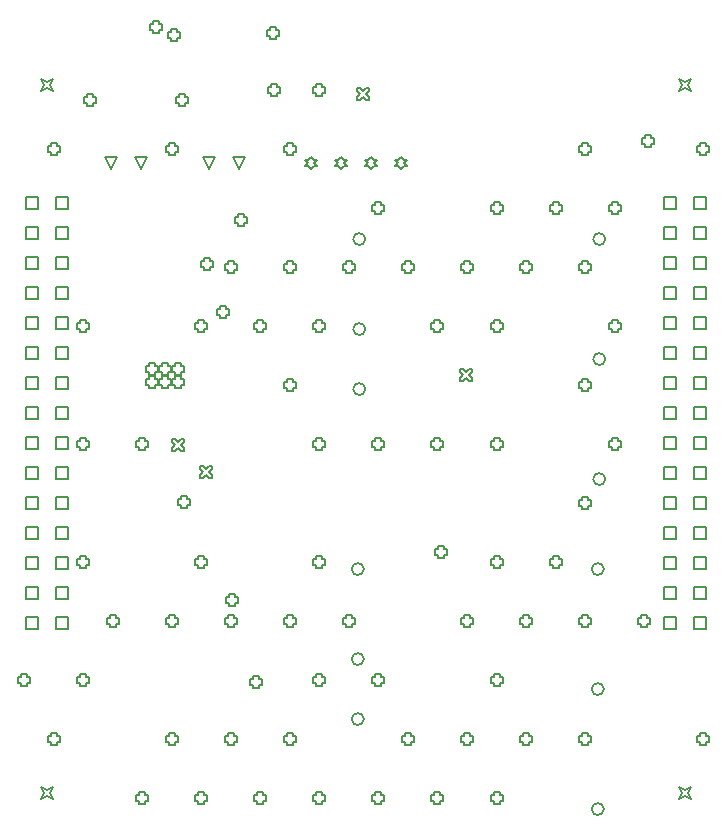
<source format=gbr>
G04 Layer_Color=2752767*
%FSLAX26Y26*%
%MOIN*%
%TF.FileFunction,Drawing*%
%TF.Part,Single*%
G01*
G75*
%TA.AperFunction,NonConductor*%
%ADD109C,0.005000*%
%ADD110C,0.006667*%
D109*
X2055984Y548504D02*
Y588504D01*
X2095984D01*
Y548504D01*
X2055984D01*
X2155984D02*
Y588504D01*
X2195984D01*
Y548504D01*
X2155984D01*
X2055984Y648504D02*
Y688504D01*
X2095984D01*
Y648504D01*
X2055984D01*
X2155984D02*
Y688504D01*
X2195984D01*
Y648504D01*
X2155984D01*
X2055984Y748504D02*
Y788504D01*
X2095984D01*
Y748504D01*
X2055984D01*
X2155984D02*
Y788504D01*
X2195984D01*
Y748504D01*
X2155984D01*
X2055984Y848504D02*
Y888504D01*
X2095984D01*
Y848504D01*
X2055984D01*
X2155984D02*
Y888504D01*
X2195984D01*
Y848504D01*
X2155984D01*
X2055984Y948504D02*
Y988504D01*
X2095984D01*
Y948504D01*
X2055984D01*
X2155984D02*
Y988504D01*
X2195984D01*
Y948504D01*
X2155984D01*
X2055984Y1048504D02*
Y1088504D01*
X2095984D01*
Y1048504D01*
X2055984D01*
X2155984D02*
Y1088504D01*
X2195984D01*
Y1048504D01*
X2155984D01*
X2055984Y1148504D02*
Y1188504D01*
X2095984D01*
Y1148504D01*
X2055984D01*
X2155984D02*
Y1188504D01*
X2195984D01*
Y1148504D01*
X2155984D01*
X2055984Y1248504D02*
Y1288504D01*
X2095984D01*
Y1248504D01*
X2055984D01*
X2155984D02*
Y1288504D01*
X2195984D01*
Y1248504D01*
X2155984D01*
X2055984Y1348504D02*
Y1388504D01*
X2095984D01*
Y1348504D01*
X2055984D01*
X2155984D02*
Y1388504D01*
X2195984D01*
Y1348504D01*
X2155984D01*
X2055984Y1448504D02*
Y1488504D01*
X2095984D01*
Y1448504D01*
X2055984D01*
X2155984D02*
Y1488504D01*
X2195984D01*
Y1448504D01*
X2155984D01*
X2055984Y1548504D02*
Y1588504D01*
X2095984D01*
Y1548504D01*
X2055984D01*
X2155984D02*
Y1588504D01*
X2195984D01*
Y1548504D01*
X2155984D01*
X2055984Y1648504D02*
Y1688504D01*
X2095984D01*
Y1648504D01*
X2055984D01*
X2155984D02*
Y1688504D01*
X2195984D01*
Y1648504D01*
X2155984D01*
X2055984Y1748504D02*
Y1788504D01*
X2095984D01*
Y1748504D01*
X2055984D01*
X2155984D02*
Y1788504D01*
X2195984D01*
Y1748504D01*
X2155984D01*
X2055984Y1848504D02*
Y1888504D01*
X2095984D01*
Y1848504D01*
X2055984D01*
X2155984D02*
Y1888504D01*
X2195984D01*
Y1848504D01*
X2155984D01*
X2055984Y1948504D02*
Y1988504D01*
X2095984D01*
Y1948504D01*
X2055984D01*
X2155984D02*
Y1988504D01*
X2195984D01*
Y1948504D01*
X2155984D01*
X-70000Y548504D02*
Y588504D01*
X-30000D01*
Y548504D01*
X-70000D01*
X30000D02*
Y588504D01*
X70000D01*
Y548504D01*
X30000D01*
X-70000Y648504D02*
Y688504D01*
X-30000D01*
Y648504D01*
X-70000D01*
X30000D02*
Y688504D01*
X70000D01*
Y648504D01*
X30000D01*
X-70000Y748504D02*
Y788504D01*
X-30000D01*
Y748504D01*
X-70000D01*
X30000D02*
Y788504D01*
X70000D01*
Y748504D01*
X30000D01*
X-70000Y848504D02*
Y888504D01*
X-30000D01*
Y848504D01*
X-70000D01*
X30000D02*
Y888504D01*
X70000D01*
Y848504D01*
X30000D01*
X-70000Y948504D02*
Y988504D01*
X-30000D01*
Y948504D01*
X-70000D01*
X30000D02*
Y988504D01*
X70000D01*
Y948504D01*
X30000D01*
X-70000Y1048504D02*
Y1088504D01*
X-30000D01*
Y1048504D01*
X-70000D01*
X30000D02*
Y1088504D01*
X70000D01*
Y1048504D01*
X30000D01*
X-70000Y1148504D02*
Y1188504D01*
X-30000D01*
Y1148504D01*
X-70000D01*
X30000D02*
Y1188504D01*
X70000D01*
Y1148504D01*
X30000D01*
X-70000Y1248504D02*
Y1288504D01*
X-30000D01*
Y1248504D01*
X-70000D01*
X30000D02*
Y1288504D01*
X70000D01*
Y1248504D01*
X30000D01*
X-70000Y1348504D02*
Y1388504D01*
X-30000D01*
Y1348504D01*
X-70000D01*
X30000D02*
Y1388504D01*
X70000D01*
Y1348504D01*
X30000D01*
X-70000Y1448504D02*
Y1488504D01*
X-30000D01*
Y1448504D01*
X-70000D01*
X30000D02*
Y1488504D01*
X70000D01*
Y1448504D01*
X30000D01*
X-70000Y1548504D02*
Y1588504D01*
X-30000D01*
Y1548504D01*
X-70000D01*
X30000D02*
Y1588504D01*
X70000D01*
Y1548504D01*
X30000D01*
X-70000Y1648504D02*
Y1688504D01*
X-30000D01*
Y1648504D01*
X-70000D01*
X30000D02*
Y1688504D01*
X70000D01*
Y1648504D01*
X30000D01*
X-70000Y1748504D02*
Y1788504D01*
X-30000D01*
Y1748504D01*
X-70000D01*
X30000D02*
Y1788504D01*
X70000D01*
Y1748504D01*
X30000D01*
X-70000Y1848504D02*
Y1888504D01*
X-30000D01*
Y1848504D01*
X-70000D01*
X30000D02*
Y1888504D01*
X70000D01*
Y1848504D01*
X30000D01*
X-70000Y1948504D02*
Y1988504D01*
X-30000D01*
Y1948504D01*
X-70000D01*
X30000D02*
Y1988504D01*
X70000D01*
Y1948504D01*
X30000D01*
X538976Y2080000D02*
X518976Y2120000D01*
X558976D01*
X538976Y2080000D01*
X638976D02*
X618976Y2120000D01*
X658976D01*
X638976Y2080000D01*
X1178976Y2080000D02*
X1188976Y2090000D01*
X1198976D01*
X1188976Y2100000D01*
X1198976Y2110000D01*
X1188976D01*
X1178976Y2120000D01*
X1168976Y2110000D01*
X1158976D01*
X1168976Y2100000D01*
X1158976Y2090000D01*
X1168976D01*
X1178976Y2080000D01*
X1078976D02*
X1088976Y2090000D01*
X1098976D01*
X1088976Y2100000D01*
X1098976Y2110000D01*
X1088976D01*
X1078976Y2120000D01*
X1068976Y2110000D01*
X1058976D01*
X1068976Y2100000D01*
X1058976Y2090000D01*
X1068976D01*
X1078976Y2080000D01*
X978976D02*
X988976Y2090000D01*
X998976D01*
X988976Y2100000D01*
X998976Y2110000D01*
X988976D01*
X978976Y2120000D01*
X968976Y2110000D01*
X958976D01*
X968976Y2100000D01*
X958976Y2090000D01*
X968976D01*
X978976Y2080000D01*
X878976D02*
X888976Y2090000D01*
X898976D01*
X888976Y2100000D01*
X898976Y2110000D01*
X888976D01*
X878976Y2120000D01*
X868976Y2110000D01*
X858976D01*
X868976Y2100000D01*
X858976Y2090000D01*
X868976D01*
X878976Y2080000D01*
X313976Y2080000D02*
X293976Y2120000D01*
X333976D01*
X313976Y2080000D01*
X213976D02*
X193976Y2120000D01*
X233976D01*
X213976Y2080000D01*
X2105985Y2342204D02*
X2115985Y2362204D01*
X2105985Y2382204D01*
X2125985Y2372204D01*
X2145985Y2382204D01*
X2135985Y2362204D01*
X2145985Y2342204D01*
X2125985Y2352204D01*
X2105985Y2342204D01*
X-20000D02*
X-10000Y2362204D01*
X-20000Y2382204D01*
X0Y2372204D01*
X20000Y2382204D01*
X10000Y2362204D01*
X20000Y2342204D01*
X0Y2352204D01*
X-20000Y2342204D01*
X2105984Y-20000D02*
X2115984Y0D01*
X2105984Y20000D01*
X2125984Y10000D01*
X2145984Y20000D01*
X2135984Y0D01*
X2145984Y-20000D01*
X2125984Y-10000D01*
X2105984Y-20000D01*
X-20000D02*
X-10000Y0D01*
X-20000Y20000D01*
X0Y10000D01*
X20000Y20000D01*
X10000Y0D01*
X20000Y-20000D01*
X0Y-10000D01*
X-20000Y-20000D01*
X340000Y1405000D02*
Y1395000D01*
X360000D01*
Y1405000D01*
X370000D01*
Y1425000D01*
X360000D01*
Y1435000D01*
X340000D01*
Y1425000D01*
X330000D01*
Y1405000D01*
X340000D01*
Y1361692D02*
Y1351692D01*
X360000D01*
Y1361692D01*
X370000D01*
Y1381692D01*
X360000D01*
Y1391692D01*
X340000D01*
Y1381692D01*
X330000D01*
Y1361692D01*
X340000D01*
X383308Y1405000D02*
Y1395000D01*
X403308D01*
Y1405000D01*
X413308D01*
Y1425000D01*
X403308D01*
Y1435000D01*
X383308D01*
Y1425000D01*
X373308D01*
Y1405000D01*
X383308D01*
Y1361692D02*
Y1351692D01*
X403308D01*
Y1361692D01*
X413308D01*
Y1381692D01*
X403308D01*
Y1391692D01*
X383308D01*
Y1381692D01*
X373308D01*
Y1361692D01*
X383308D01*
X426614Y1405000D02*
Y1395000D01*
X446614D01*
Y1405000D01*
X456614D01*
Y1425000D01*
X446614D01*
Y1435000D01*
X426614D01*
Y1425000D01*
X416614D01*
Y1405000D01*
X426614D01*
Y1361692D02*
Y1351692D01*
X446614D01*
Y1361692D01*
X456614D01*
Y1381692D01*
X446614D01*
Y1391692D01*
X426614D01*
Y1381692D01*
X416614D01*
Y1361692D01*
X426614D01*
X2176473Y2137788D02*
Y2127788D01*
X2196473D01*
Y2137788D01*
X2206473D01*
Y2157788D01*
X2196473D01*
Y2167788D01*
X2176473D01*
Y2157788D01*
X2166473D01*
Y2137788D01*
X2176473D01*
Y169284D02*
Y159284D01*
X2196473D01*
Y169284D01*
X2206473D01*
Y189284D01*
X2196473D01*
Y199284D01*
X2176473D01*
Y189284D01*
X2166473D01*
Y169284D01*
X2176473D01*
X1881198Y1940937D02*
Y1930937D01*
X1901198D01*
Y1940937D01*
X1911198D01*
Y1960937D01*
X1901198D01*
Y1970937D01*
X1881198D01*
Y1960937D01*
X1871198D01*
Y1940937D01*
X1881198D01*
Y1547236D02*
Y1537236D01*
X1901198D01*
Y1547236D01*
X1911198D01*
Y1567236D01*
X1901198D01*
Y1577236D01*
X1881198D01*
Y1567236D01*
X1871198D01*
Y1547236D01*
X1881198D01*
Y1153536D02*
Y1143536D01*
X1901198D01*
Y1153536D01*
X1911198D01*
Y1173536D01*
X1901198D01*
Y1183536D01*
X1881198D01*
Y1173536D01*
X1871198D01*
Y1153536D01*
X1881198D01*
X1979623Y562984D02*
Y552984D01*
X1999623D01*
Y562984D01*
X2009623D01*
Y582984D01*
X1999623D01*
Y592984D01*
X1979623D01*
Y582984D01*
X1969623D01*
Y562984D01*
X1979623D01*
X1782772Y2137788D02*
Y2127788D01*
X1802772D01*
Y2137788D01*
X1812772D01*
Y2157788D01*
X1802772D01*
Y2167788D01*
X1782772D01*
Y2157788D01*
X1772772D01*
Y2137788D01*
X1782772D01*
X1684347Y1940937D02*
Y1930937D01*
X1704347D01*
Y1940937D01*
X1714347D01*
Y1960937D01*
X1704347D01*
Y1970937D01*
X1684347D01*
Y1960937D01*
X1674347D01*
Y1940937D01*
X1684347D01*
X1782772Y1744087D02*
Y1734087D01*
X1802772D01*
Y1744087D01*
X1812772D01*
Y1764087D01*
X1802772D01*
Y1774087D01*
X1782772D01*
Y1764087D01*
X1772772D01*
Y1744087D01*
X1782772D01*
Y1350386D02*
Y1340386D01*
X1802772D01*
Y1350386D01*
X1812772D01*
Y1370386D01*
X1802772D01*
Y1380386D01*
X1782772D01*
Y1370386D01*
X1772772D01*
Y1350386D01*
X1782772D01*
Y956685D02*
Y946685D01*
X1802772D01*
Y956685D01*
X1812772D01*
Y976685D01*
X1802772D01*
Y986685D01*
X1782772D01*
Y976685D01*
X1772772D01*
Y956685D01*
X1782772D01*
X1684347Y759835D02*
Y749835D01*
X1704347D01*
Y759835D01*
X1714347D01*
Y779835D01*
X1704347D01*
Y789835D01*
X1684347D01*
Y779835D01*
X1674347D01*
Y759835D01*
X1684347D01*
X1782772Y562984D02*
Y552984D01*
X1802772D01*
Y562984D01*
X1812772D01*
Y582984D01*
X1802772D01*
Y592984D01*
X1782772D01*
Y582984D01*
X1772772D01*
Y562984D01*
X1782772D01*
Y169284D02*
Y159284D01*
X1802772D01*
Y169284D01*
X1812772D01*
Y189284D01*
X1802772D01*
Y199284D01*
X1782772D01*
Y189284D01*
X1772772D01*
Y169284D01*
X1782772D01*
X1487497Y1940937D02*
Y1930937D01*
X1507497D01*
Y1940937D01*
X1517497D01*
Y1960937D01*
X1507497D01*
Y1970937D01*
X1487497D01*
Y1960937D01*
X1477497D01*
Y1940937D01*
X1487497D01*
X1585922Y1744087D02*
Y1734087D01*
X1605922D01*
Y1744087D01*
X1615922D01*
Y1764087D01*
X1605922D01*
Y1774087D01*
X1585922D01*
Y1764087D01*
X1575922D01*
Y1744087D01*
X1585922D01*
X1487497Y1547236D02*
Y1537236D01*
X1507497D01*
Y1547236D01*
X1517497D01*
Y1567236D01*
X1507497D01*
Y1577236D01*
X1487497D01*
Y1567236D01*
X1477497D01*
Y1547236D01*
X1487497D01*
Y1153536D02*
Y1143536D01*
X1507497D01*
Y1153536D01*
X1517497D01*
Y1173536D01*
X1507497D01*
Y1183536D01*
X1487497D01*
Y1173536D01*
X1477497D01*
Y1153536D01*
X1487497D01*
Y759835D02*
Y749835D01*
X1507497D01*
Y759835D01*
X1517497D01*
Y779835D01*
X1507497D01*
Y789835D01*
X1487497D01*
Y779835D01*
X1477497D01*
Y759835D01*
X1487497D01*
X1585922Y562984D02*
Y552984D01*
X1605922D01*
Y562984D01*
X1615922D01*
Y582984D01*
X1605922D01*
Y592984D01*
X1585922D01*
Y582984D01*
X1575922D01*
Y562984D01*
X1585922D01*
X1487497Y366134D02*
Y356134D01*
X1507497D01*
Y366134D01*
X1517497D01*
Y386134D01*
X1507497D01*
Y396134D01*
X1487497D01*
Y386134D01*
X1477497D01*
Y366134D01*
X1487497D01*
X1585922Y169284D02*
Y159284D01*
X1605922D01*
Y169284D01*
X1615922D01*
Y189284D01*
X1605922D01*
Y199284D01*
X1585922D01*
Y189284D01*
X1575922D01*
Y169284D01*
X1585922D01*
X1487497Y-27567D02*
Y-37567D01*
X1507497D01*
Y-27567D01*
X1517497D01*
Y-7567D01*
X1507497D01*
Y2433D01*
X1487497D01*
Y-7567D01*
X1477497D01*
Y-27567D01*
X1487497D01*
X1389072Y1744087D02*
Y1734087D01*
X1409072D01*
Y1744087D01*
X1419072D01*
Y1764087D01*
X1409072D01*
Y1774087D01*
X1389072D01*
Y1764087D01*
X1379072D01*
Y1744087D01*
X1389072D01*
X1290646Y1547236D02*
Y1537236D01*
X1310646D01*
Y1547236D01*
X1320646D01*
Y1567236D01*
X1310646D01*
Y1577236D01*
X1290646D01*
Y1567236D01*
X1280646D01*
Y1547236D01*
X1290646D01*
Y1153536D02*
Y1143536D01*
X1310646D01*
Y1153536D01*
X1320646D01*
Y1173536D01*
X1310646D01*
Y1183536D01*
X1290646D01*
Y1173536D01*
X1280646D01*
Y1153536D01*
X1290646D01*
X1389072Y562984D02*
Y552984D01*
X1409072D01*
Y562984D01*
X1419072D01*
Y582984D01*
X1409072D01*
Y592984D01*
X1389072D01*
Y582984D01*
X1379072D01*
Y562984D01*
X1389072D01*
Y169284D02*
Y159284D01*
X1409072D01*
Y169284D01*
X1419072D01*
Y189284D01*
X1409072D01*
Y199284D01*
X1389072D01*
Y189284D01*
X1379072D01*
Y169284D01*
X1389072D01*
X1290646Y-27567D02*
Y-37567D01*
X1310646D01*
Y-27567D01*
X1320646D01*
Y-7567D01*
X1310646D01*
Y2433D01*
X1290646D01*
Y-7567D01*
X1280646D01*
Y-27567D01*
X1290646D01*
X1093796Y1940937D02*
Y1930937D01*
X1113796D01*
Y1940937D01*
X1123796D01*
Y1960937D01*
X1113796D01*
Y1970937D01*
X1093796D01*
Y1960937D01*
X1083796D01*
Y1940937D01*
X1093796D01*
X1192221Y1744087D02*
Y1734087D01*
X1212221D01*
Y1744087D01*
X1222221D01*
Y1764087D01*
X1212221D01*
Y1774087D01*
X1192221D01*
Y1764087D01*
X1182221D01*
Y1744087D01*
X1192221D01*
X1093796Y1153536D02*
Y1143536D01*
X1113796D01*
Y1153536D01*
X1123796D01*
Y1173536D01*
X1113796D01*
Y1183536D01*
X1093796D01*
Y1173536D01*
X1083796D01*
Y1153536D01*
X1093796D01*
Y366134D02*
Y356134D01*
X1113796D01*
Y366134D01*
X1123796D01*
Y386134D01*
X1113796D01*
Y396134D01*
X1093796D01*
Y386134D01*
X1083796D01*
Y366134D01*
X1093796D01*
X1192221Y169284D02*
Y159284D01*
X1212221D01*
Y169284D01*
X1222221D01*
Y189284D01*
X1212221D01*
Y199284D01*
X1192221D01*
Y189284D01*
X1182221D01*
Y169284D01*
X1192221D01*
X1093796Y-27567D02*
Y-37567D01*
X1113796D01*
Y-27567D01*
X1123796D01*
Y-7567D01*
X1113796D01*
Y2433D01*
X1093796D01*
Y-7567D01*
X1083796D01*
Y-27567D01*
X1093796D01*
X896946Y2334638D02*
Y2324638D01*
X916946D01*
Y2334638D01*
X926946D01*
Y2354638D01*
X916946D01*
Y2364638D01*
X896946D01*
Y2354638D01*
X886946D01*
Y2334638D01*
X896946D01*
X995371Y1744087D02*
Y1734087D01*
X1015371D01*
Y1744087D01*
X1025371D01*
Y1764087D01*
X1015371D01*
Y1774087D01*
X995371D01*
Y1764087D01*
X985371D01*
Y1744087D01*
X995371D01*
X896946Y1547236D02*
Y1537236D01*
X916946D01*
Y1547236D01*
X926946D01*
Y1567236D01*
X916946D01*
Y1577236D01*
X896946D01*
Y1567236D01*
X886946D01*
Y1547236D01*
X896946D01*
Y1153536D02*
Y1143536D01*
X916946D01*
Y1153536D01*
X926946D01*
Y1173536D01*
X916946D01*
Y1183536D01*
X896946D01*
Y1173536D01*
X886946D01*
Y1153536D01*
X896946D01*
Y759835D02*
Y749835D01*
X916946D01*
Y759835D01*
X926946D01*
Y779835D01*
X916946D01*
Y789835D01*
X896946D01*
Y779835D01*
X886946D01*
Y759835D01*
X896946D01*
X995371Y562984D02*
Y552984D01*
X1015371D01*
Y562984D01*
X1025371D01*
Y582984D01*
X1015371D01*
Y592984D01*
X995371D01*
Y582984D01*
X985371D01*
Y562984D01*
X995371D01*
X896946Y366134D02*
Y356134D01*
X916946D01*
Y366134D01*
X926946D01*
Y386134D01*
X916946D01*
Y396134D01*
X896946D01*
Y386134D01*
X886946D01*
Y366134D01*
X896946D01*
Y-27567D02*
Y-37567D01*
X916946D01*
Y-27567D01*
X926946D01*
Y-7567D01*
X916946D01*
Y2433D01*
X896946D01*
Y-7567D01*
X886946D01*
Y-27567D01*
X896946D01*
X798520Y2137788D02*
Y2127788D01*
X818520D01*
Y2137788D01*
X828520D01*
Y2157788D01*
X818520D01*
Y2167788D01*
X798520D01*
Y2157788D01*
X788520D01*
Y2137788D01*
X798520D01*
Y1744087D02*
Y1734087D01*
X818520D01*
Y1744087D01*
X828520D01*
Y1764087D01*
X818520D01*
Y1774087D01*
X798520D01*
Y1764087D01*
X788520D01*
Y1744087D01*
X798520D01*
X700095Y1547236D02*
Y1537236D01*
X720095D01*
Y1547236D01*
X730095D01*
Y1567236D01*
X720095D01*
Y1577236D01*
X700095D01*
Y1567236D01*
X690095D01*
Y1547236D01*
X700095D01*
X798520Y1350386D02*
Y1340386D01*
X818520D01*
Y1350386D01*
X828520D01*
Y1370386D01*
X818520D01*
Y1380386D01*
X798520D01*
Y1370386D01*
X788520D01*
Y1350386D01*
X798520D01*
Y562984D02*
Y552984D01*
X818520D01*
Y562984D01*
X828520D01*
Y582984D01*
X818520D01*
Y592984D01*
X798520D01*
Y582984D01*
X788520D01*
Y562984D01*
X798520D01*
Y169284D02*
Y159284D01*
X818520D01*
Y169284D01*
X828520D01*
Y189284D01*
X818520D01*
Y199284D01*
X798520D01*
Y189284D01*
X788520D01*
Y169284D01*
X798520D01*
X700095Y-27567D02*
Y-37567D01*
X720095D01*
Y-27567D01*
X730095D01*
Y-7567D01*
X720095D01*
Y2433D01*
X700095D01*
Y-7567D01*
X690095D01*
Y-27567D01*
X700095D01*
X601670Y1744087D02*
Y1734087D01*
X621670D01*
Y1744087D01*
X631670D01*
Y1764087D01*
X621670D01*
Y1774087D01*
X601670D01*
Y1764087D01*
X591670D01*
Y1744087D01*
X601670D01*
X503245Y1547236D02*
Y1537236D01*
X523245D01*
Y1547236D01*
X533245D01*
Y1567236D01*
X523245D01*
Y1577236D01*
X503245D01*
Y1567236D01*
X493245D01*
Y1547236D01*
X503245D01*
Y759835D02*
Y749835D01*
X523245D01*
Y759835D01*
X533245D01*
Y779835D01*
X523245D01*
Y789835D01*
X503245D01*
Y779835D01*
X493245D01*
Y759835D01*
X503245D01*
X601670Y562984D02*
Y552984D01*
X621670D01*
Y562984D01*
X631670D01*
Y582984D01*
X621670D01*
Y592984D01*
X601670D01*
Y582984D01*
X591670D01*
Y562984D01*
X601670D01*
Y169284D02*
Y159284D01*
X621670D01*
Y169284D01*
X631670D01*
Y189284D01*
X621670D01*
Y199284D01*
X601670D01*
Y189284D01*
X591670D01*
Y169284D01*
X601670D01*
X503245Y-27567D02*
Y-37567D01*
X523245D01*
Y-27567D01*
X533245D01*
Y-7567D01*
X523245D01*
Y2433D01*
X503245D01*
Y-7567D01*
X493245D01*
Y-27567D01*
X503245D01*
X404820Y2137788D02*
Y2127788D01*
X424820D01*
Y2137788D01*
X434820D01*
Y2157788D01*
X424820D01*
Y2167788D01*
X404820D01*
Y2157788D01*
X394820D01*
Y2137788D01*
X404820D01*
X306394Y1153536D02*
Y1143536D01*
X326394D01*
Y1153536D01*
X336394D01*
Y1173536D01*
X326394D01*
Y1183536D01*
X306394D01*
Y1173536D01*
X296394D01*
Y1153536D01*
X306394D01*
X404820Y562984D02*
Y552984D01*
X424820D01*
Y562984D01*
X434820D01*
Y582984D01*
X424820D01*
Y592984D01*
X404820D01*
Y582984D01*
X394820D01*
Y562984D01*
X404820D01*
Y169284D02*
Y159284D01*
X424820D01*
Y169284D01*
X434820D01*
Y189284D01*
X424820D01*
Y199284D01*
X404820D01*
Y189284D01*
X394820D01*
Y169284D01*
X404820D01*
X306394Y-27567D02*
Y-37567D01*
X326394D01*
Y-27567D01*
X336394D01*
Y-7567D01*
X326394D01*
Y2433D01*
X306394D01*
Y-7567D01*
X296394D01*
Y-27567D01*
X306394D01*
X109544Y1547236D02*
Y1537236D01*
X129544D01*
Y1547236D01*
X139544D01*
Y1567236D01*
X129544D01*
Y1577236D01*
X109544D01*
Y1567236D01*
X99544D01*
Y1547236D01*
X109544D01*
Y1153536D02*
Y1143536D01*
X129544D01*
Y1153536D01*
X139544D01*
Y1173536D01*
X129544D01*
Y1183536D01*
X109544D01*
Y1173536D01*
X99544D01*
Y1153536D01*
X109544D01*
Y759835D02*
Y749835D01*
X129544D01*
Y759835D01*
X139544D01*
Y779835D01*
X129544D01*
Y789835D01*
X109544D01*
Y779835D01*
X99544D01*
Y759835D01*
X109544D01*
X207969Y562984D02*
Y552984D01*
X227969D01*
Y562984D01*
X237969D01*
Y582984D01*
X227969D01*
Y592984D01*
X207969D01*
Y582984D01*
X197969D01*
Y562984D01*
X207969D01*
X109544Y366134D02*
Y356134D01*
X129544D01*
Y366134D01*
X139544D01*
Y386134D01*
X129544D01*
Y396134D01*
X109544D01*
Y386134D01*
X99544D01*
Y366134D01*
X109544D01*
X11119Y2137788D02*
Y2127788D01*
X31119D01*
Y2137788D01*
X41119D01*
Y2157788D01*
X31119D01*
Y2167788D01*
X11119D01*
Y2157788D01*
X1119D01*
Y2137788D01*
X11119D01*
X-87306Y366134D02*
Y356134D01*
X-67306D01*
Y366134D01*
X-57306D01*
Y386134D01*
X-67306D01*
Y396134D01*
X-87306D01*
Y386134D01*
X-97306D01*
Y366134D01*
X-87306D01*
X11119Y169284D02*
Y159284D01*
X31119D01*
Y169284D01*
X41119D01*
Y189284D01*
X31119D01*
Y199284D01*
X11119D01*
Y189284D01*
X1119D01*
Y169284D01*
X11119D01*
X440000Y2300000D02*
Y2290000D01*
X460000D01*
Y2300000D01*
X470000D01*
Y2320000D01*
X460000D01*
Y2330000D01*
X440000D01*
Y2320000D01*
X430000D01*
Y2300000D01*
X440000D01*
X131560Y2300574D02*
Y2290574D01*
X151560D01*
Y2300574D01*
X161560D01*
Y2320574D01*
X151560D01*
Y2330574D01*
X131560D01*
Y2320574D01*
X121560D01*
Y2300574D01*
X131560D01*
X577440Y1593348D02*
Y1583348D01*
X597440D01*
Y1593348D01*
X607440D01*
Y1613348D01*
X597440D01*
Y1623348D01*
X577440D01*
Y1613348D01*
X567440D01*
Y1593348D01*
X577440D01*
X522440Y1753348D02*
Y1743348D01*
X542440D01*
Y1753348D01*
X552440D01*
Y1773348D01*
X542440D01*
Y1783348D01*
X522440D01*
Y1773348D01*
X512440D01*
Y1753348D01*
X522440D01*
X635000Y1900000D02*
Y1890000D01*
X655000D01*
Y1900000D01*
X665000D01*
Y1920000D01*
X655000D01*
Y1930000D01*
X635000D01*
Y1920000D01*
X625000D01*
Y1900000D01*
X635000D01*
X744000Y2525000D02*
Y2515000D01*
X764000D01*
Y2525000D01*
X774000D01*
Y2545000D01*
X764000D01*
Y2555000D01*
X744000D01*
Y2545000D01*
X734000D01*
Y2525000D01*
X744000D01*
X745985Y2335000D02*
Y2325000D01*
X765985D01*
Y2335000D01*
X775985D01*
Y2355000D01*
X765985D01*
Y2365000D01*
X745985D01*
Y2355000D01*
X735985D01*
Y2335000D01*
X745985D01*
X350985Y2545000D02*
Y2535000D01*
X370985D01*
Y2545000D01*
X380985D01*
Y2565000D01*
X370985D01*
Y2575000D01*
X350985D01*
Y2565000D01*
X340985D01*
Y2545000D01*
X350985D01*
X685985Y360000D02*
Y350000D01*
X705985D01*
Y360000D01*
X715985D01*
Y380000D01*
X705985D01*
Y390000D01*
X685985D01*
Y380000D01*
X675985D01*
Y360000D01*
X685985D01*
X1300985Y795000D02*
Y785000D01*
X1320985D01*
Y795000D01*
X1330985D01*
Y815000D01*
X1320985D01*
Y825000D01*
X1300985D01*
Y815000D01*
X1290985D01*
Y795000D01*
X1300985D01*
X1990985Y2165000D02*
Y2155000D01*
X2010985D01*
Y2165000D01*
X2020985D01*
Y2185000D01*
X2010985D01*
Y2195000D01*
X1990985D01*
Y2185000D01*
X1980985D01*
Y2165000D01*
X1990985D01*
X605985Y635000D02*
Y625000D01*
X625985D01*
Y635000D01*
X635985D01*
Y655000D01*
X625985D01*
Y665000D01*
X605985D01*
Y655000D01*
X595985D01*
Y635000D01*
X605985D01*
X411000Y2516000D02*
Y2506000D01*
X431000D01*
Y2516000D01*
X441000D01*
Y2536000D01*
X431000D01*
Y2546000D01*
X411000D01*
Y2536000D01*
X401000D01*
Y2516000D01*
X411000D01*
X445985Y960000D02*
Y950000D01*
X465985D01*
Y960000D01*
X475985D01*
Y980000D01*
X465985D01*
Y990000D01*
X445985D01*
Y980000D01*
X435985D01*
Y960000D01*
X445985D01*
X417357Y1140000D02*
X427357D01*
X437357Y1150000D01*
X447357Y1140000D01*
X457357D01*
Y1150000D01*
X447357Y1160000D01*
X457357Y1170000D01*
Y1180000D01*
X447357D01*
X437357Y1170000D01*
X427357Y1180000D01*
X417357D01*
Y1170000D01*
X427357Y1160000D01*
X417357Y1150000D01*
Y1140000D01*
X508662Y1049362D02*
X518662D01*
X528662Y1059362D01*
X538662Y1049362D01*
X548662D01*
Y1059362D01*
X538662Y1069362D01*
X548662Y1079362D01*
Y1089362D01*
X538662D01*
X528662Y1079362D01*
X518662Y1089362D01*
X508662D01*
Y1079362D01*
X518662Y1069362D01*
X508662Y1059362D01*
Y1049362D01*
X1375985Y1373346D02*
X1385985D01*
X1395985Y1383346D01*
X1405985Y1373346D01*
X1415985D01*
Y1383346D01*
X1405985Y1393346D01*
X1415985Y1403346D01*
Y1413346D01*
X1405985D01*
X1395985Y1403346D01*
X1385985Y1413346D01*
X1375985D01*
Y1403346D01*
X1385985Y1393346D01*
X1375985Y1383346D01*
Y1373346D01*
X1030985Y2310000D02*
X1040985D01*
X1050985Y2320000D01*
X1060985Y2310000D01*
X1070985D01*
Y2320000D01*
X1060985Y2330000D01*
X1070985Y2340000D01*
Y2350000D01*
X1060985D01*
X1050985Y2340000D01*
X1040985Y2350000D01*
X1030985D01*
Y2340000D01*
X1040985Y2330000D01*
X1030985Y2320000D01*
Y2310000D01*
D110*
X1860000Y1447000D02*
G03*
X1860000Y1447000I-20000J0D01*
G01*
X1060000Y1847000D02*
G03*
X1060000Y1847000I-20000J0D01*
G01*
Y1547000D02*
G03*
X1060000Y1547000I-20000J0D01*
G01*
Y1347000D02*
G03*
X1060000Y1347000I-20000J0D01*
G01*
X1860000Y1847000D02*
G03*
X1860000Y1847000I-20000J0D01*
G01*
Y1047000D02*
G03*
X1860000Y1047000I-20000J0D01*
G01*
X1855000Y-53000D02*
G03*
X1855000Y-53000I-20000J0D01*
G01*
Y747000D02*
G03*
X1855000Y747000I-20000J0D01*
G01*
X1055000Y247000D02*
G03*
X1055000Y247000I-20000J0D01*
G01*
Y447000D02*
G03*
X1055000Y447000I-20000J0D01*
G01*
Y747000D02*
G03*
X1055000Y747000I-20000J0D01*
G01*
X1855000Y347000D02*
G03*
X1855000Y347000I-20000J0D01*
G01*
%TF.MD5,0a89d2f3084927ad0c3c2fae035837f7*%
M02*

</source>
